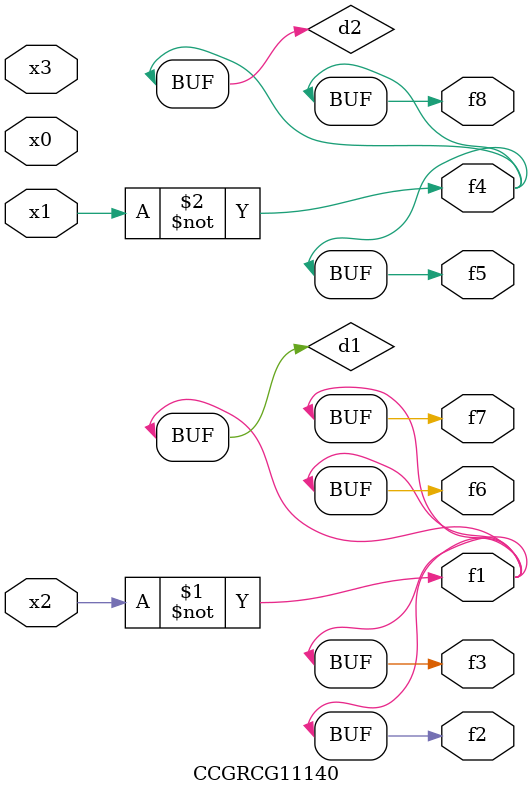
<source format=v>
module CCGRCG11140(
	input x0, x1, x2, x3,
	output f1, f2, f3, f4, f5, f6, f7, f8
);

	wire d1, d2;

	xnor (d1, x2);
	not (d2, x1);
	assign f1 = d1;
	assign f2 = d1;
	assign f3 = d1;
	assign f4 = d2;
	assign f5 = d2;
	assign f6 = d1;
	assign f7 = d1;
	assign f8 = d2;
endmodule

</source>
